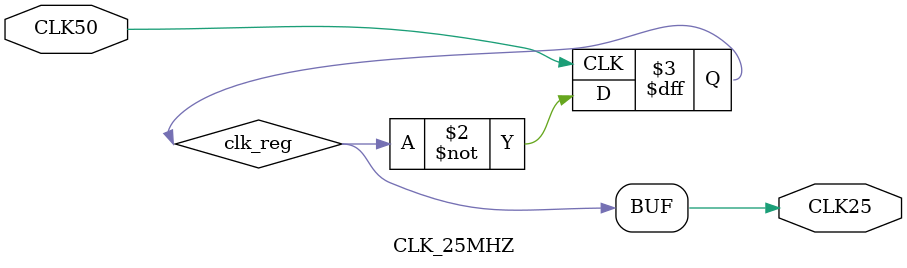
<source format=v>
`timescale 1ns / 1ps
module CLK_25MHZ(
    CLK50,
    CLK25
);

// Inputs and outputs
input CLK50;
output CLK25;

// Temporary reg for 50 MHz / 2 frequency division
reg clk_reg;

// Frequency division
always @(posedge CLK50)
begin
	clk_reg = ~clk_reg;
end

// Assign divided frequency to output
assign CLK25 = clk_reg;

endmodule

</source>
